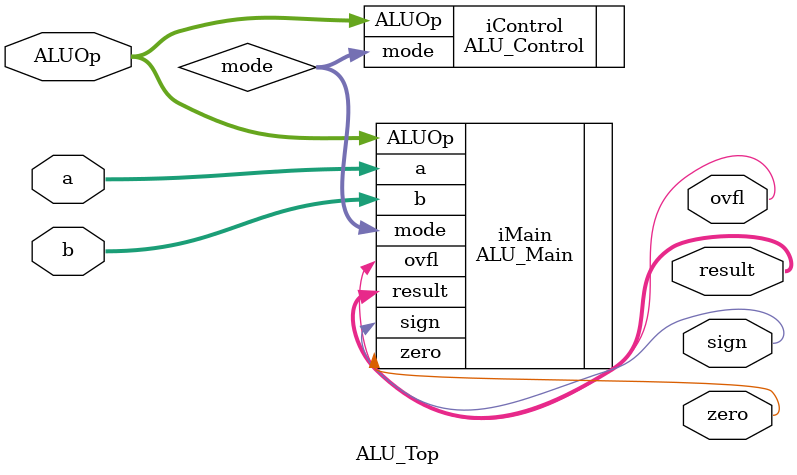
<source format=v>
module ALU_Top(
	input [15:0]a,
	input [15:0]b,
	input [2:0] ALUOp,
	output [15:0]result,
	output ovfl,
	output zero,
	output sign
);

wire [1:0] mode;

ALU_Control iControl(.ALUOp(ALUOp), .mode(mode));
ALU_Main iMain(.a(a), .b(b), .result(result), .ALUOp(ALUOp), .mode(mode), .ovfl(ovfl), .sign(sign), .zero(zero));

endmodule

</source>
